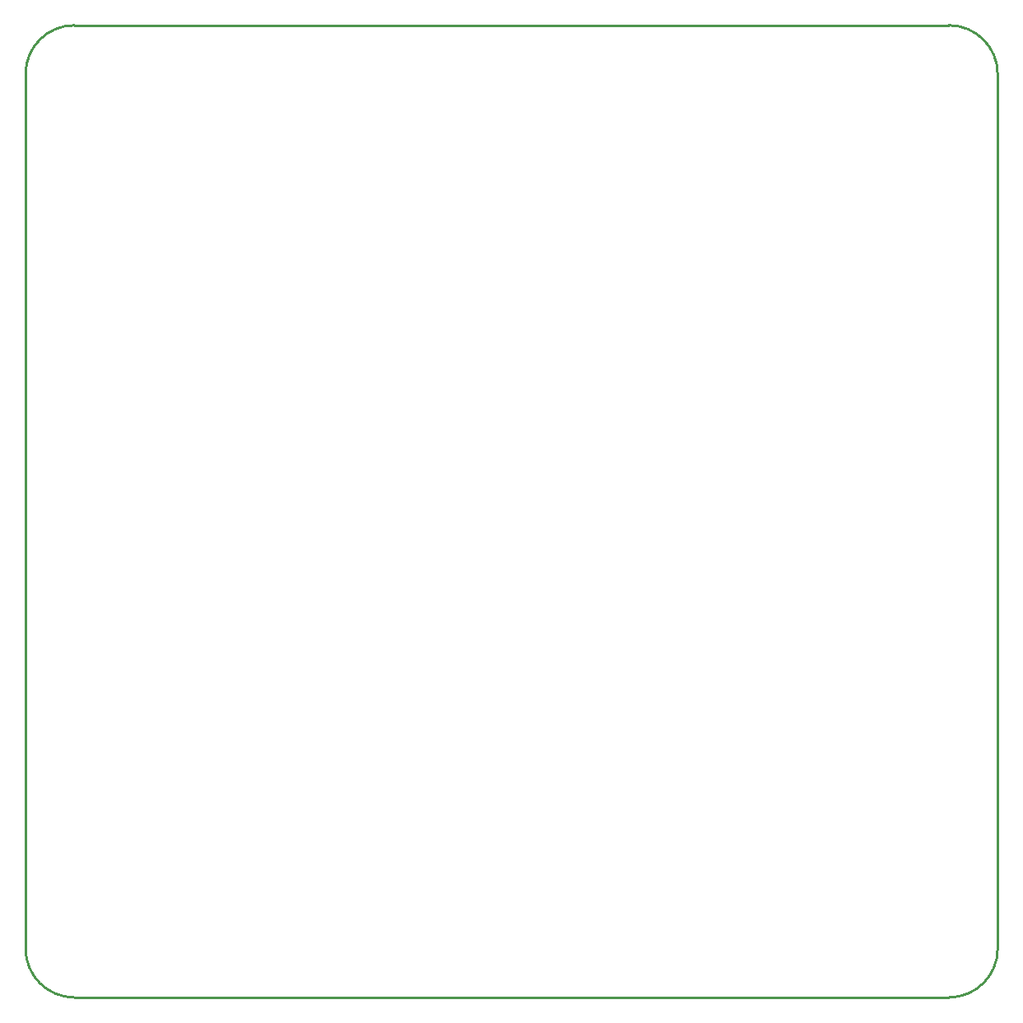
<source format=gko>
G04*
G04 #@! TF.GenerationSoftware,Altium Limited,Altium Designer,20.2.3 (150)*
G04*
G04 Layer_Color=16711935*
%FSLAX24Y24*%
%MOIN*%
G70*
G04*
G04 #@! TF.SameCoordinates,D33FF55B-48EF-4710-8091-CBF0DB89F5B4*
G04*
G04*
G04 #@! TF.FilePolarity,Positive*
G04*
G01*
G75*
%ADD10C,0.0100*%
D10*
X0Y-37402D02*
G03*
X1969Y-39370I1969J0D01*
G01*
X37402D02*
G03*
X39370Y-37402I0J1969D01*
G01*
X1969Y0D02*
G03*
X0Y-1969I0J-1969D01*
G01*
X39370D02*
G03*
X37402Y0I-1969J0D01*
G01*
X0Y-37402D02*
Y-1969D01*
X39370Y-37402D02*
Y-1969D01*
X1969Y-39370D02*
X37402D01*
X1969Y0D02*
X37402D01*
M02*

</source>
